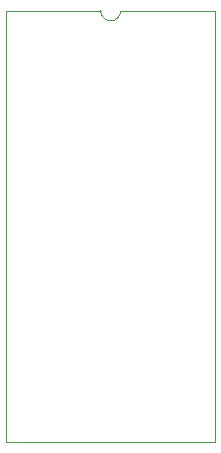
<source format=gbr>
G04 #@! TF.GenerationSoftware,KiCad,Pcbnew,(5.1.4)-1*
G04 #@! TF.CreationDate,2021-03-24T17:48:36-04:00*
G04 #@! TF.ProjectId,27c256_to_82s147,32376332-3536-45f7-946f-5f3832733134,rev?*
G04 #@! TF.SameCoordinates,Original*
G04 #@! TF.FileFunction,Profile,NP*
%FSLAX46Y46*%
G04 Gerber Fmt 4.6, Leading zero omitted, Abs format (unit mm)*
G04 Created by KiCad (PCBNEW (5.1.4)-1) date 2021-03-24 17:48:36*
%MOMM*%
%LPD*%
G04 APERTURE LIST*
%ADD10C,0.050000*%
G04 APERTURE END LIST*
D10*
X141500000Y-78250000D02*
X133500000Y-78250000D01*
X132650000Y-79100000D02*
G75*
G02X131800000Y-78250000I0J850000D01*
G01*
X133500000Y-78250000D02*
G75*
G02X132650000Y-79100000I-850000J0D01*
G01*
X123750000Y-78250000D02*
X123750000Y-114750000D01*
X131800000Y-78250000D02*
X123750000Y-78250000D01*
X141500000Y-114750000D02*
X141500000Y-78250000D01*
X123750000Y-114750000D02*
X141500000Y-114750000D01*
M02*

</source>
